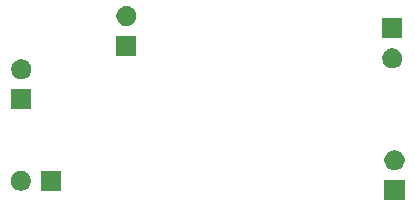
<source format=gbs>
G04 #@! TF.GenerationSoftware,KiCad,Pcbnew,(5.1.5-0)*
G04 #@! TF.CreationDate,2022-03-29T15:48:06-06:00*
G04 #@! TF.ProjectId,polarity_swap,706f6c61-7269-4747-995f-737761702e6b,1*
G04 #@! TF.SameCoordinates,Original*
G04 #@! TF.FileFunction,Soldermask,Bot*
G04 #@! TF.FilePolarity,Negative*
%FSLAX46Y46*%
G04 Gerber Fmt 4.6, Leading zero omitted, Abs format (unit mm)*
G04 Created by KiCad (PCBNEW (5.1.5-0)) date 2022-03-29 15:48:06*
%MOMM*%
%LPD*%
G04 APERTURE LIST*
%ADD10C,0.152400*%
G04 APERTURE END LIST*
D10*
G36*
X-8550000Y-17350000D02*
G01*
X-10250000Y-17350000D01*
X-10250000Y-15650000D01*
X-8550000Y-15650000D01*
X-8550000Y-17350000D01*
G37*
G36*
X-37650000Y-16550000D02*
G01*
X-39350000Y-16550000D01*
X-39350000Y-14850000D01*
X-37650000Y-14850000D01*
X-37650000Y-16550000D01*
G37*
G36*
X-40792064Y-14882665D02*
G01*
X-40637374Y-14946739D01*
X-40567924Y-14993145D01*
X-40498156Y-15039762D01*
X-40379762Y-15158156D01*
X-40333145Y-15227924D01*
X-40286739Y-15297374D01*
X-40222665Y-15452064D01*
X-40190000Y-15616282D01*
X-40190000Y-15783718D01*
X-40222665Y-15947936D01*
X-40286739Y-16102626D01*
X-40333145Y-16172076D01*
X-40379762Y-16241844D01*
X-40498156Y-16360238D01*
X-40567924Y-16406855D01*
X-40637374Y-16453261D01*
X-40792064Y-16517335D01*
X-40956282Y-16550000D01*
X-41123718Y-16550000D01*
X-41287936Y-16517335D01*
X-41442626Y-16453261D01*
X-41512076Y-16406855D01*
X-41581844Y-16360238D01*
X-41700238Y-16241844D01*
X-41746855Y-16172076D01*
X-41793261Y-16102626D01*
X-41857335Y-15947936D01*
X-41890000Y-15783718D01*
X-41890000Y-15616282D01*
X-41857335Y-15452064D01*
X-41793261Y-15297374D01*
X-41746855Y-15227924D01*
X-41700238Y-15158156D01*
X-41581844Y-15039762D01*
X-41512076Y-14993145D01*
X-41442626Y-14946739D01*
X-41287936Y-14882665D01*
X-41123718Y-14850000D01*
X-40956282Y-14850000D01*
X-40792064Y-14882665D01*
G37*
G36*
X-9152064Y-13142665D02*
G01*
X-8997374Y-13206739D01*
X-8927924Y-13253145D01*
X-8858156Y-13299762D01*
X-8739762Y-13418156D01*
X-8693145Y-13487924D01*
X-8646739Y-13557374D01*
X-8582665Y-13712064D01*
X-8550000Y-13876282D01*
X-8550000Y-14043718D01*
X-8582665Y-14207936D01*
X-8646739Y-14362626D01*
X-8693145Y-14432076D01*
X-8739762Y-14501844D01*
X-8858156Y-14620238D01*
X-8927924Y-14666855D01*
X-8997374Y-14713261D01*
X-9152064Y-14777335D01*
X-9316282Y-14810000D01*
X-9483718Y-14810000D01*
X-9647936Y-14777335D01*
X-9802626Y-14713261D01*
X-9872076Y-14666855D01*
X-9941844Y-14620238D01*
X-10060238Y-14501844D01*
X-10106855Y-14432076D01*
X-10153261Y-14362626D01*
X-10217335Y-14207936D01*
X-10250000Y-14043718D01*
X-10250000Y-13876282D01*
X-10217335Y-13712064D01*
X-10153261Y-13557374D01*
X-10106855Y-13487924D01*
X-10060238Y-13418156D01*
X-9941844Y-13299762D01*
X-9872076Y-13253145D01*
X-9802626Y-13206739D01*
X-9647936Y-13142665D01*
X-9483718Y-13110000D01*
X-9316282Y-13110000D01*
X-9152064Y-13142665D01*
G37*
G36*
X-40150000Y-9650000D02*
G01*
X-41850000Y-9650000D01*
X-41850000Y-7950000D01*
X-40150000Y-7950000D01*
X-40150000Y-9650000D01*
G37*
G36*
X-40752064Y-5442665D02*
G01*
X-40597374Y-5506739D01*
X-40527924Y-5553145D01*
X-40458156Y-5599762D01*
X-40339762Y-5718156D01*
X-40323412Y-5742626D01*
X-40246739Y-5857374D01*
X-40182665Y-6012064D01*
X-40150000Y-6176282D01*
X-40150000Y-6343718D01*
X-40182665Y-6507936D01*
X-40246739Y-6662626D01*
X-40293145Y-6732076D01*
X-40339762Y-6801844D01*
X-40458156Y-6920238D01*
X-40527924Y-6966855D01*
X-40597374Y-7013261D01*
X-40752064Y-7077335D01*
X-40916282Y-7110000D01*
X-41083718Y-7110000D01*
X-41247936Y-7077335D01*
X-41402626Y-7013261D01*
X-41472076Y-6966855D01*
X-41541844Y-6920238D01*
X-41660238Y-6801844D01*
X-41706855Y-6732076D01*
X-41753261Y-6662626D01*
X-41817335Y-6507936D01*
X-41850000Y-6343718D01*
X-41850000Y-6176282D01*
X-41817335Y-6012064D01*
X-41753261Y-5857374D01*
X-41676588Y-5742626D01*
X-41660238Y-5718156D01*
X-41541844Y-5599762D01*
X-41472076Y-5553145D01*
X-41402626Y-5506739D01*
X-41247936Y-5442665D01*
X-41083718Y-5410000D01*
X-40916282Y-5410000D01*
X-40752064Y-5442665D01*
G37*
G36*
X-9352064Y-4522665D02*
G01*
X-9197374Y-4586739D01*
X-9127924Y-4633145D01*
X-9058156Y-4679762D01*
X-8939762Y-4798156D01*
X-8893145Y-4867924D01*
X-8846739Y-4937374D01*
X-8782665Y-5092064D01*
X-8750000Y-5256282D01*
X-8750000Y-5423718D01*
X-8782665Y-5587936D01*
X-8846739Y-5742626D01*
X-8893145Y-5812076D01*
X-8939762Y-5881844D01*
X-9058156Y-6000238D01*
X-9127924Y-6046855D01*
X-9197374Y-6093261D01*
X-9352064Y-6157335D01*
X-9516282Y-6190000D01*
X-9683718Y-6190000D01*
X-9847936Y-6157335D01*
X-10002626Y-6093261D01*
X-10072076Y-6046855D01*
X-10141844Y-6000238D01*
X-10260238Y-5881844D01*
X-10306855Y-5812076D01*
X-10353261Y-5742626D01*
X-10417335Y-5587936D01*
X-10450000Y-5423718D01*
X-10450000Y-5256282D01*
X-10417335Y-5092064D01*
X-10353261Y-4937374D01*
X-10306855Y-4867924D01*
X-10260238Y-4798156D01*
X-10141844Y-4679762D01*
X-10072076Y-4633145D01*
X-10002626Y-4586739D01*
X-9847936Y-4522665D01*
X-9683718Y-4490000D01*
X-9516282Y-4490000D01*
X-9352064Y-4522665D01*
G37*
G36*
X-31250000Y-5150000D02*
G01*
X-32950000Y-5150000D01*
X-32950000Y-3450000D01*
X-31250000Y-3450000D01*
X-31250000Y-5150000D01*
G37*
G36*
X-8750000Y-3650000D02*
G01*
X-10450000Y-3650000D01*
X-10450000Y-1950000D01*
X-8750000Y-1950000D01*
X-8750000Y-3650000D01*
G37*
G36*
X-31852064Y-942665D02*
G01*
X-31697374Y-1006739D01*
X-31627924Y-1053145D01*
X-31558156Y-1099762D01*
X-31439762Y-1218156D01*
X-31393145Y-1287924D01*
X-31346739Y-1357374D01*
X-31282665Y-1512064D01*
X-31250000Y-1676282D01*
X-31250000Y-1843718D01*
X-31282665Y-2007936D01*
X-31346739Y-2162626D01*
X-31393145Y-2232076D01*
X-31439762Y-2301844D01*
X-31558156Y-2420238D01*
X-31627924Y-2466855D01*
X-31697374Y-2513261D01*
X-31852064Y-2577335D01*
X-32016282Y-2610000D01*
X-32183718Y-2610000D01*
X-32347936Y-2577335D01*
X-32502626Y-2513261D01*
X-32572076Y-2466855D01*
X-32641844Y-2420238D01*
X-32760238Y-2301844D01*
X-32806855Y-2232076D01*
X-32853261Y-2162626D01*
X-32917335Y-2007936D01*
X-32950000Y-1843718D01*
X-32950000Y-1676282D01*
X-32917335Y-1512064D01*
X-32853261Y-1357374D01*
X-32806855Y-1287924D01*
X-32760238Y-1218156D01*
X-32641844Y-1099762D01*
X-32572076Y-1053145D01*
X-32502626Y-1006739D01*
X-32347936Y-942665D01*
X-32183718Y-910000D01*
X-32016282Y-910000D01*
X-31852064Y-942665D01*
G37*
M02*

</source>
